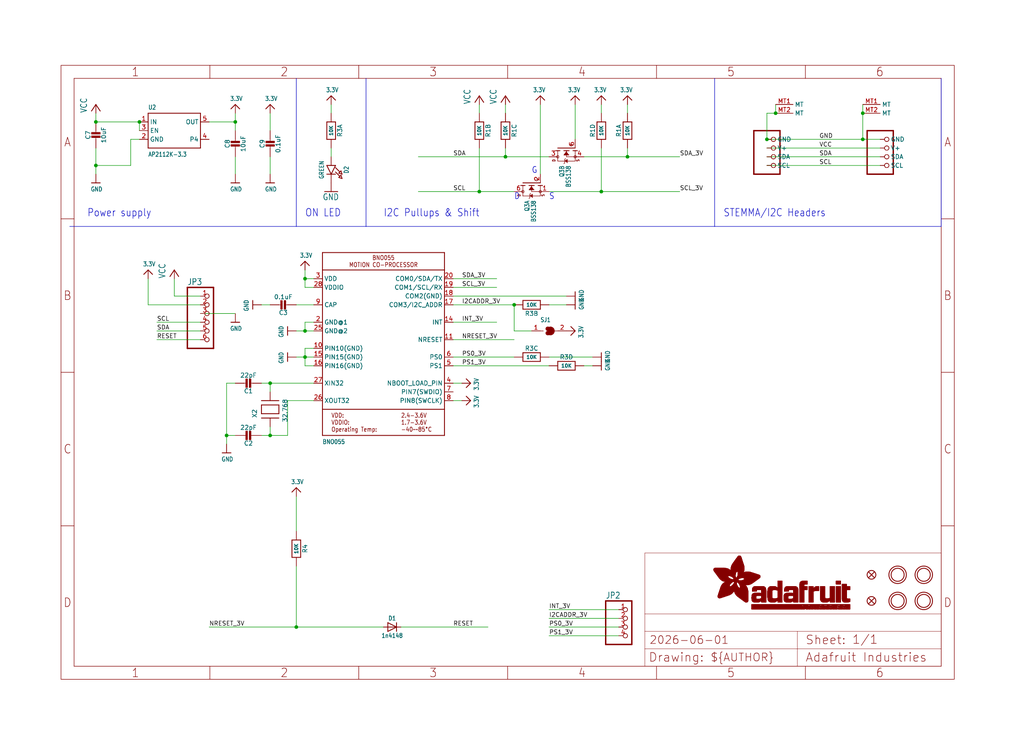
<source format=kicad_sch>
(kicad_sch (version 20230121) (generator eeschema)
  (paper "User" 298.45 217.322)
  (lib_symbols
    (symbol "working-eagle-import:3.3V" (power)
      (property "Value" "3.3V" (at -1.524 1.016 0))
      (symbol "3.3V_1_0"
        (pin power_in line (at 0 -2.54 90) (length 2.54) (name "3.3V") (number "1"))
      )
    )
    (symbol "working-eagle-import:BNO055"
      (symbol "BNO055_1_0"
        (text "2.4-3.6V\n1.7-3.6V\n-40~~85°C" (at 5.08 -24.13 0) (effects (font (size 1.27 1.0795)) (justify left)))
        (text "BNO055\nMOTION CO-PROCESSOR" (at 0 22.86 0) (effects (font (size 1.27 1.0795))))
        (text "VDD:\nVDDIO:\nOperating Temp:" (at -15.24 -24.13 0) (effects (font (size 1.27 1.0795)) (justify left)))
        (pin bidirectional line (at -20.32 -2.54 0) (length 2.54) (name "PIN10(GND)") (number "10"))
        (pin bidirectional line (at 20.32 0 180) (length 2.54) (name "NRESET") (number "11"))
        (pin output line (at 20.32 5.08 180) (length 2.54) (name "INT") (number "14"))
        (pin bidirectional line (at -20.32 -5.08 0) (length 2.54) (name "PIN15(GND)") (number "15"))
        (pin bidirectional line (at -20.32 -7.62 0) (length 2.54) (name "PIN16(GND)") (number "16"))
        (pin bidirectional line (at 20.32 10.16 180) (length 2.54) (name "COM3/I2C_ADDR") (number "17"))
        (pin bidirectional line (at 20.32 12.7 180) (length 2.54) (name "COM2(GND)") (number "18"))
        (pin bidirectional line (at 20.32 15.24 180) (length 2.54) (name "COM1/SCL/RX") (number "19"))
        (pin power_in line (at -20.32 5.08 0) (length 2.54) (name "GND@1") (number "2"))
        (pin bidirectional line (at 20.32 17.78 180) (length 2.54) (name "COM0/SDA/TX") (number "20"))
        (pin power_in line (at -20.32 2.54 0) (length 2.54) (name "GND@2") (number "25"))
        (pin output line (at -20.32 -17.78 0) (length 2.54) (name "XOUT32") (number "26"))
        (pin input line (at -20.32 -12.7 0) (length 2.54) (name "XIN32") (number "27"))
        (pin power_in line (at -20.32 15.24 0) (length 2.54) (name "VDDIO") (number "28"))
        (pin power_in line (at -20.32 17.78 0) (length 2.54) (name "VDD") (number "3"))
        (pin bidirectional line (at 20.32 -12.7 180) (length 2.54) (name "NBOOT_LOAD_PIN") (number "4"))
        (pin input line (at 20.32 -7.62 180) (length 2.54) (name "PS1") (number "5"))
        (pin input line (at 20.32 -5.08 180) (length 2.54) (name "PS0") (number "6"))
        (pin bidirectional line (at 20.32 -15.24 180) (length 2.54) (name "PIN7(SWDIO)") (number "7"))
        (pin bidirectional line (at 20.32 -17.78 180) (length 2.54) (name "PIN8(SWCLK)") (number "8"))
        (pin passive line (at -20.32 10.16 0) (length 2.54) (name "CAP") (number "9"))
      )
    )
    (symbol "working-eagle-import:CAP_CERAMIC0603_NO"
      (property "Reference" "C" (at -2.29 1.25 90))
      (symbol "CAP_CERAMIC0603_NO_1_0"
        (pin passive line (at 0 5.08 270) (length 2.54) (name "1") (number "1"))
        (pin passive line (at 0 -2.54 90) (length 2.54) (name "2") (number "2"))
      )
    )
    (symbol "working-eagle-import:CAP_CERAMIC0805-NOOUTLINE"
      (property "Reference" "C" (at -2.29 1.25 90))
      (symbol "CAP_CERAMIC0805-NOOUTLINE_1_0"
        (pin passive line (at 0 5.08 270) (length 2.54) (name "1") (number "1"))
        (pin passive line (at 0 -2.54 90) (length 2.54) (name "2") (number "2"))
      )
    )
    (symbol "working-eagle-import:DIODESOD-323"
      (property "Reference" "D" (at 0 2.54 0))
      (symbol "DIODESOD-323_1_0"
        (pin passive line (at -2.54 0 0) (length 2.54) (name "A") (number "A"))
        (pin passive line (at 2.54 0 180) (length 2.54) (name "C") (number "C"))
      )
    )
    (symbol "working-eagle-import:FIDUCIAL_1MM")
    (symbol "working-eagle-import:FRAME_A4_ADAFRUIT"
      (symbol "FRAME_A4_ADAFRUIT_1_0"
        (text "${#}/${##}" (at 230.505 10.16 0) (effects (font (size 2.54 2.54)) (justify left bottom)))
        (text "${AUTHOR}" (at 189.23 5.08 0) (effects (font (size 2.286 2.286)) (justify left bottom)))
        (text "${CURRENT_DATE}" (at 171.45 10.16 0) (effects (font (size 2.286 2.286)) (justify left bottom)))
        (text "${PROJECTNAME}" (at 171.45 15.24 0) (effects (font (size 2.54 2.54)) (justify left bottom)))
        (text "1" (at 21.6958 1.905 0) (effects (font (size 2.54 2.286))))
        (text "1" (at 21.6958 177.165 0) (effects (font (size 2.54 2.286))))
        (text "2" (at 65.0875 1.905 0) (effects (font (size 2.54 2.286))))
        (text "2" (at 65.0875 177.165 0) (effects (font (size 2.54 2.286))))
        (text "3" (at 108.4792 1.905 0) (effects (font (size 2.54 2.286))))
        (text "3" (at 108.4792 177.165 0) (effects (font (size 2.54 2.286))))
        (text "4" (at 151.8708 1.905 0) (effects (font (size 2.54 2.286))))
        (text "4" (at 151.8708 177.165 0) (effects (font (size 2.54 2.286))))
        (text "5" (at 195.2625 1.905 0) (effects (font (size 2.54 2.286))))
        (text "5" (at 195.2625 177.165 0) (effects (font (size 2.54 2.286))))
        (text "6" (at 238.6542 1.905 0) (effects (font (size 2.54 2.286))))
        (text "6" (at 238.6542 177.165 0) (effects (font (size 2.54 2.286))))
        (text "A" (at 1.905 156.6863 0) (effects (font (size 2.54 2.286))))
        (text "A" (at 258.445 156.6863 0) (effects (font (size 2.54 2.286))))
        (text "Adafruit Industries" (at 216.916 4.953 0) (effects (font (size 2.54 2.54)) (justify left bottom)))
        (text "B" (at 1.905 111.9188 0) (effects (font (size 2.54 2.286))))
        (text "B" (at 258.445 111.9188 0) (effects (font (size 2.54 2.286))))
        (text "C" (at 1.905 67.1513 0) (effects (font (size 2.54 2.286))))
        (text "C" (at 258.445 67.1513 0) (effects (font (size 2.54 2.286))))
        (text "D" (at 1.905 22.3838 0) (effects (font (size 2.54 2.286))))
        (text "D" (at 258.445 22.3838 0) (effects (font (size 2.54 2.286))))
        (text "Drawing:" (at 171.196 4.953 0) (effects (font (size 2.54 2.54)) (justify left bottom)))
        (text "Sheet:" (at 216.916 10.033 0) (effects (font (size 2.54 2.54)) (justify left bottom)))
      )
    )
    (symbol "working-eagle-import:GND" (power)
      (property "Value" "GND" (at -1.524 -2.54 0))
      (symbol "GND_1_0"
        (pin power_in line (at 0 2.54 270) (length 2.54) (name "GND") (number "1"))
      )
    )
    (symbol "working-eagle-import:HEADER-1X476MIL"
      (property "Reference" "JP" (at -6.35 8.255 0))
      (symbol "HEADER-1X476MIL_1_0"
        (pin passive inverted (at -2.54 5.08 0) (length 2.54) (name "1") (number "1"))
        (pin passive inverted (at -2.54 2.54 0) (length 2.54) (name "2") (number "2"))
        (pin passive inverted (at -2.54 0 0) (length 2.54) (name "3") (number "3"))
        (pin passive inverted (at -2.54 -2.54 0) (length 2.54) (name "4") (number "4"))
      )
    )
    (symbol "working-eagle-import:HEADER-1X670MIL"
      (property "Reference" "JP" (at -6.35 10.795 0))
      (symbol "HEADER-1X670MIL_1_0"
        (pin passive inverted (at -2.54 7.62 0) (length 2.54) (name "1") (number "1"))
        (pin passive inverted (at -2.54 5.08 0) (length 2.54) (name "2") (number "2"))
        (pin passive inverted (at -2.54 2.54 0) (length 2.54) (name "3") (number "3"))
        (pin passive inverted (at -2.54 0 0) (length 2.54) (name "4") (number "4"))
        (pin passive inverted (at -2.54 -2.54 0) (length 2.54) (name "5") (number "5"))
        (pin passive inverted (at -2.54 -5.08 0) (length 2.54) (name "6") (number "6"))
      )
    )
    (symbol "working-eagle-import:LED0603_NOOUTLINE"
      (property "Reference" "D" (at -1.27 4.445 0))
      (symbol "LED0603_NOOUTLINE_1_0"
        (pin passive line (at -5.08 0 0) (length 2.54) (name "A") (number "A"))
        (pin passive line (at 2.54 0 180) (length 2.54) (name "C") (number "C"))
      )
    )
    (symbol "working-eagle-import:MOSFET-N_DUAL"
      (property "Reference" "Q" (at 5.08 0.635 0))
      (symbol "MOSFET-N_DUAL_1_0"
        (text "D" (at 3.175 3.175 0) (effects (font (size 0.8128 0.6908)) (justify left bottom)))
        (text "G" (at -1.27 -1.905 0) (effects (font (size 0.8128 0.6908)) (justify left bottom)))
        (text "S" (at 3.175 -3.81 0) (effects (font (size 0.8128 0.6908)) (justify left bottom)))
        (pin bidirectional line (at 2.54 -5.08 90) (length 2.54) (name "S") (number "1"))
        (pin bidirectional line (at -2.54 -2.54 0) (length 2.54) (name "G") (number "2"))
        (pin bidirectional line (at 2.54 5.08 270) (length 2.54) (name "D") (number "6"))
      )
      (symbol "MOSFET-N_DUAL_2_0"
        (text "D" (at 3.175 3.175 0) (effects (font (size 0.8128 0.6908)) (justify left bottom)))
        (text "G" (at -1.27 -1.905 0) (effects (font (size 0.8128 0.6908)) (justify left bottom)))
        (text "S" (at 3.175 -3.81 0) (effects (font (size 0.8128 0.6908)) (justify left bottom)))
        (pin bidirectional line (at 2.54 5.08 270) (length 2.54) (name "D") (number "3"))
        (pin bidirectional line (at 2.54 -5.08 90) (length 2.54) (name "S") (number "4"))
        (pin bidirectional line (at -2.54 -2.54 0) (length 2.54) (name "G") (number "5"))
      )
    )
    (symbol "working-eagle-import:MOUNTINGHOLE2.5")
    (symbol "working-eagle-import:RESISTOR_0603_NOOUT"
      (property "Reference" "R" (at 0 2.54 0))
      (symbol "RESISTOR_0603_NOOUT_1_0"
        (pin passive line (at -5.08 0 0) (length 2.54) (name "1") (number "1"))
        (pin passive line (at 5.08 0 180) (length 2.54) (name "2") (number "2"))
      )
    )
    (symbol "working-eagle-import:RESISTOR_4PACK"
      (property "Reference" "R" (at 0 2.54 0))
      (symbol "RESISTOR_4PACK_1_0"
        (pin passive line (at -5.08 0 0) (length 2.54) (name "1") (number "1"))
        (pin passive line (at 5.08 0 180) (length 2.54) (name "2") (number "8"))
      )
      (symbol "RESISTOR_4PACK_2_0"
        (pin passive line (at -5.08 0 0) (length 2.54) (name "1") (number "2"))
        (pin passive line (at 5.08 0 180) (length 2.54) (name "2") (number "7"))
      )
      (symbol "RESISTOR_4PACK_3_0"
        (pin passive line (at -5.08 0 0) (length 2.54) (name "1") (number "3"))
        (pin passive line (at 5.08 0 180) (length 2.54) (name "2") (number "6"))
      )
      (symbol "RESISTOR_4PACK_4_0"
        (pin passive line (at -5.08 0 0) (length 2.54) (name "1") (number "4"))
        (pin passive line (at 5.08 0 180) (length 2.54) (name "2") (number "5"))
      )
    )
    (symbol "working-eagle-import:SOLDERJUMPER"
      (property "Reference" "SJ" (at -2.54 2.54 0))
      (symbol "SOLDERJUMPER_1_0"
        (pin passive line (at -5.08 0 0) (length 2.54) (name "1") (number "1"))
        (pin passive line (at 5.08 0 180) (length 2.54) (name "2") (number "2"))
      )
    )
    (symbol "working-eagle-import:STEMMA_I2C_QT"
      (symbol "STEMMA_I2C_QT_1_0"
        (pin passive inverted (at 0 5.08 0) (length 2.54) (name "GND") (number "1"))
        (pin passive inverted (at 0 2.54 0) (length 2.54) (name "V+") (number "2"))
        (pin passive inverted (at 0 0 0) (length 2.54) (name "SDA") (number "3"))
        (pin passive inverted (at 0 -2.54 0) (length 2.54) (name "SCL") (number "4"))
      )
      (symbol "STEMMA_I2C_QT_2_0"
        (pin bidirectional line (at 0 0 0) (length 5.08) (name "MT") (number "MT1"))
      )
      (symbol "STEMMA_I2C_QT_3_0"
        (pin bidirectional line (at 0 0 0) (length 5.08) (name "MT") (number "MT2"))
      )
    )
    (symbol "working-eagle-import:VCC" (power)
      (property "Value" "VCC" (at -2.54 -2.54 90))
      (symbol "VCC_1_0"
        (pin power_in line (at 0 -2.54 90) (length 2.54) (name "VCC") (number "1"))
      )
    )
    (symbol "working-eagle-import:VREG_SOT23-5"
      (property "Reference" "U" (at -7.62 6.096 0))
      (symbol "VREG_SOT23-5_1_0"
        (pin power_in line (at -10.16 2.54 0) (length 2.54) (name "IN") (number "1"))
        (pin power_in line (at -10.16 -2.54 0) (length 2.54) (name "GND") (number "2"))
        (pin input line (at -10.16 0 0) (length 2.54) (name "EN") (number "3"))
        (pin bidirectional line (at 10.16 -2.54 180) (length 2.54) (name "P4") (number "4"))
        (pin power_in line (at 10.16 2.54 180) (length 2.54) (name "OUT") (number "5"))
      )
    )
    (symbol "working-eagle-import:XTAL-3.2X1.5"
      (property "Reference" "X" (at -2.54 3.81 0))
      (symbol "XTAL-3.2X1.5_1_0"
        (pin bidirectional line (at -5.08 0 0) (length 2.54) (name "P$1") (number "P$1"))
        (pin bidirectional line (at 5.08 0 180) (length 2.54) (name "P$2") (number "P$2"))
      )
    )
    (symbol "working-eagle-import:supply1_GND" (power)
      (property "Value" "supply1_GND" (at -2.54 -2.54 0))
      (symbol "supply1_GND_1_0"
        (pin power_in line (at 0 2.54 270) (length 2.54) (name "GND") (number "1"))
      )
    )
  )
  (junction (at 88.9 81.28))
  (junction (at 223.52 40.64))
  (junction (at 182.88 45.72))
  (junction (at 149.86 88.9))
  (junction (at 40.64 35.56))
  (junction (at 139.7 55.88))
  (junction (at 251.46 33.02))
  (junction (at 27.94 48.26))
  (junction (at 226.06 33.02))
  (junction (at 68.58 35.56))
  (junction (at 175.26 55.88))
  (junction (at 27.94 35.56))
  (junction (at 66.04 127))
  (junction (at 78.74 111.76))
  (junction (at 86.36 182.88))
  (junction (at 251.46 40.64))
  (junction (at 78.74 127))
  (junction (at 147.32 45.72))
  (junction (at 88.9 104.14))
  (junction (at 88.9 96.52))
  (polyline (pts (xy 208.28 22.86) (xy 208.28 66.04)) (stroke (width 0.1524) (type solid)))
  (wire (pts (xy 60.96 35.56) (xy 68.58 35.56)) (stroke (width 0.1524)))
  (wire (pts (xy 226.06 33.02) (xy 223.52 33.02)) (stroke (width 0.1524)))
  (wire (pts (xy 160.02 180.34) (xy 180.34 180.34)) (stroke (width 0.1524)))
  (polyline (pts (xy 208.28 66.04) (xy 274.32 66.04)) (stroke (width 0.1524) (type solid)))
  (wire (pts (xy 68.58 35.56) (xy 68.58 38.1)) (stroke (width 0.1524)))
  (wire (pts (xy 27.94 33.02) (xy 27.94 35.56)) (stroke (width 0.1524)))
  (wire (pts (xy 223.52 48.26) (xy 256.54 48.26)) (stroke (width 0.1524)))
  (wire (pts (xy 50.8 86.36) (xy 50.8 81.28)) (stroke (width 0.1524)))
  (wire (pts (xy 60.96 182.88) (xy 86.36 182.88)) (stroke (width 0.1524)))
  (wire (pts (xy 160.02 177.8) (xy 180.34 177.8)) (stroke (width 0.1524)))
  (wire (pts (xy 91.44 93.98) (xy 88.9 93.98)) (stroke (width 0.1524)))
  (wire (pts (xy 86.36 182.88) (xy 111.76 182.88)) (stroke (width 0.1524)))
  (wire (pts (xy 83.82 116.84) (xy 83.82 127)) (stroke (width 0.1524)))
  (wire (pts (xy 149.86 88.9) (xy 149.86 96.52)) (stroke (width 0.1524)))
  (wire (pts (xy 116.84 182.88) (xy 142.24 182.88)) (stroke (width 0.1524)))
  (polyline (pts (xy 274.32 22.86) (xy 274.32 66.04)) (stroke (width 0.1524) (type solid)))
  (wire (pts (xy 175.26 43.18) (xy 175.26 55.88)) (stroke (width 0.1524)))
  (wire (pts (xy 91.44 83.82) (xy 88.9 83.82)) (stroke (width 0.1524)))
  (wire (pts (xy 149.86 96.52) (xy 154.94 96.52)) (stroke (width 0.1524)))
  (wire (pts (xy 175.26 55.88) (xy 198.12 55.88)) (stroke (width 0.1524)))
  (wire (pts (xy 134.62 116.84) (xy 132.08 116.84)) (stroke (width 0.1524)))
  (wire (pts (xy 78.74 45.72) (xy 78.74 50.8)) (stroke (width 0.1524)))
  (wire (pts (xy 91.44 81.28) (xy 88.9 81.28)) (stroke (width 0.1524)))
  (wire (pts (xy 149.86 55.88) (xy 139.7 55.88)) (stroke (width 0.1524)))
  (wire (pts (xy 182.88 33.02) (xy 182.88 30.48)) (stroke (width 0.1524)))
  (wire (pts (xy 160.02 104.14) (xy 172.72 104.14)) (stroke (width 0.1524)))
  (wire (pts (xy 43.18 88.9) (xy 43.18 81.28)) (stroke (width 0.1524)))
  (wire (pts (xy 86.36 154.94) (xy 86.36 144.78)) (stroke (width 0.1524)))
  (polyline (pts (xy 106.68 66.04) (xy 208.28 66.04)) (stroke (width 0.1524) (type solid)))
  (wire (pts (xy 147.32 45.72) (xy 121.92 45.72)) (stroke (width 0.1524)))
  (wire (pts (xy 78.74 88.9) (xy 76.2 88.9)) (stroke (width 0.1524)))
  (wire (pts (xy 256.54 45.72) (xy 223.52 45.72)) (stroke (width 0.1524)))
  (wire (pts (xy 132.08 81.28) (xy 144.78 81.28)) (stroke (width 0.1524)))
  (wire (pts (xy 83.82 127) (xy 78.74 127)) (stroke (width 0.1524)))
  (wire (pts (xy 132.08 88.9) (xy 149.86 88.9)) (stroke (width 0.1524)))
  (wire (pts (xy 38.1 48.26) (xy 27.94 48.26)) (stroke (width 0.1524)))
  (wire (pts (xy 78.74 127) (xy 76.2 127)) (stroke (width 0.1524)))
  (wire (pts (xy 86.36 165.1) (xy 86.36 182.88)) (stroke (width 0.1524)))
  (wire (pts (xy 170.18 45.72) (xy 182.88 45.72)) (stroke (width 0.1524)))
  (wire (pts (xy 27.94 48.26) (xy 27.94 50.8)) (stroke (width 0.1524)))
  (wire (pts (xy 88.9 83.82) (xy 88.9 81.28)) (stroke (width 0.1524)))
  (wire (pts (xy 40.64 38.1) (xy 40.64 35.56)) (stroke (width 0.1524)))
  (wire (pts (xy 226.06 30.48) (xy 226.06 33.02)) (stroke (width 0.1524)))
  (wire (pts (xy 160.02 45.72) (xy 147.32 45.72)) (stroke (width 0.1524)))
  (wire (pts (xy 91.44 116.84) (xy 83.82 116.84)) (stroke (width 0.1524)))
  (wire (pts (xy 165.1 86.36) (xy 132.08 86.36)) (stroke (width 0.1524)))
  (wire (pts (xy 167.64 40.64) (xy 167.64 30.48)) (stroke (width 0.1524)))
  (wire (pts (xy 78.74 111.76) (xy 76.2 111.76)) (stroke (width 0.1524)))
  (wire (pts (xy 91.44 106.68) (xy 88.9 106.68)) (stroke (width 0.1524)))
  (wire (pts (xy 175.26 33.02) (xy 175.26 30.48)) (stroke (width 0.1524)))
  (wire (pts (xy 160.02 55.88) (xy 175.26 55.88)) (stroke (width 0.1524)))
  (wire (pts (xy 147.32 43.18) (xy 147.32 45.72)) (stroke (width 0.1524)))
  (wire (pts (xy 58.42 88.9) (xy 43.18 88.9)) (stroke (width 0.1524)))
  (wire (pts (xy 66.04 111.76) (xy 66.04 127)) (stroke (width 0.1524)))
  (wire (pts (xy 132.08 99.06) (xy 149.86 99.06)) (stroke (width 0.1524)))
  (wire (pts (xy 91.44 96.52) (xy 88.9 96.52)) (stroke (width 0.1524)))
  (wire (pts (xy 139.7 55.88) (xy 121.92 55.88)) (stroke (width 0.1524)))
  (wire (pts (xy 58.42 91.44) (xy 68.58 91.44)) (stroke (width 0.1524)))
  (wire (pts (xy 58.42 96.52) (xy 45.72 96.52)) (stroke (width 0.1524)))
  (wire (pts (xy 40.64 35.56) (xy 27.94 35.56)) (stroke (width 0.1524)))
  (wire (pts (xy 251.46 33.02) (xy 251.46 40.64)) (stroke (width 0.1524)))
  (wire (pts (xy 68.58 127) (xy 66.04 127)) (stroke (width 0.1524)))
  (wire (pts (xy 139.7 43.18) (xy 139.7 55.88)) (stroke (width 0.1524)))
  (wire (pts (xy 157.48 50.8) (xy 157.48 30.48)) (stroke (width 0.1524)))
  (polyline (pts (xy 86.36 66.04) (xy 106.68 66.04)) (stroke (width 0.1524) (type solid)))
  (wire (pts (xy 78.74 124.46) (xy 78.74 127)) (stroke (width 0.1524)))
  (wire (pts (xy 132.08 106.68) (xy 160.02 106.68)) (stroke (width 0.1524)))
  (wire (pts (xy 58.42 86.36) (xy 50.8 86.36)) (stroke (width 0.1524)))
  (wire (pts (xy 256.54 40.64) (xy 251.46 40.64)) (stroke (width 0.1524)))
  (wire (pts (xy 58.42 99.06) (xy 45.72 99.06)) (stroke (width 0.1524)))
  (wire (pts (xy 91.44 101.6) (xy 88.9 101.6)) (stroke (width 0.1524)))
  (wire (pts (xy 38.1 40.64) (xy 38.1 48.26)) (stroke (width 0.1524)))
  (wire (pts (xy 88.9 81.28) (xy 88.9 78.74)) (stroke (width 0.1524)))
  (wire (pts (xy 68.58 35.56) (xy 68.58 33.02)) (stroke (width 0.1524)))
  (wire (pts (xy 88.9 101.6) (xy 88.9 104.14)) (stroke (width 0.1524)))
  (wire (pts (xy 66.04 127) (xy 66.04 129.54)) (stroke (width 0.1524)))
  (wire (pts (xy 96.52 45.72) (xy 96.52 43.18)) (stroke (width 0.1524)))
  (wire (pts (xy 91.44 104.14) (xy 88.9 104.14)) (stroke (width 0.1524)))
  (wire (pts (xy 88.9 93.98) (xy 88.9 96.52)) (stroke (width 0.1524)))
  (wire (pts (xy 88.9 106.68) (xy 88.9 104.14)) (stroke (width 0.1524)))
  (wire (pts (xy 68.58 111.76) (xy 66.04 111.76)) (stroke (width 0.1524)))
  (wire (pts (xy 91.44 111.76) (xy 78.74 111.76)) (stroke (width 0.1524)))
  (wire (pts (xy 170.18 106.68) (xy 172.72 106.68)) (stroke (width 0.1524)))
  (wire (pts (xy 88.9 104.14) (xy 86.36 104.14)) (stroke (width 0.1524)))
  (wire (pts (xy 165.1 88.9) (xy 160.02 88.9)) (stroke (width 0.1524)))
  (wire (pts (xy 223.52 33.02) (xy 223.52 40.64)) (stroke (width 0.1524)))
  (wire (pts (xy 160.02 182.88) (xy 180.34 182.88)) (stroke (width 0.1524)))
  (polyline (pts (xy 20.32 66.04) (xy 86.36 66.04)) (stroke (width 0.1524) (type solid)))
  (wire (pts (xy 78.74 33.02) (xy 78.74 38.1)) (stroke (width 0.1524)))
  (wire (pts (xy 88.9 96.52) (xy 86.36 96.52)) (stroke (width 0.1524)))
  (wire (pts (xy 251.46 40.64) (xy 223.52 40.64)) (stroke (width 0.1524)))
  (wire (pts (xy 58.42 93.98) (xy 45.72 93.98)) (stroke (width 0.1524)))
  (wire (pts (xy 132.08 83.82) (xy 144.78 83.82)) (stroke (width 0.1524)))
  (polyline (pts (xy 86.36 22.86) (xy 86.36 66.04)) (stroke (width 0.1524) (type solid)))
  (wire (pts (xy 96.52 30.48) (xy 96.52 33.02)) (stroke (width 0.1524)))
  (wire (pts (xy 132.08 93.98) (xy 144.78 93.98)) (stroke (width 0.1524)))
  (wire (pts (xy 40.64 40.64) (xy 38.1 40.64)) (stroke (width 0.1524)))
  (wire (pts (xy 251.46 30.48) (xy 251.46 33.02)) (stroke (width 0.1524)))
  (wire (pts (xy 132.08 111.76) (xy 134.62 111.76)) (stroke (width 0.1524)))
  (wire (pts (xy 147.32 33.02) (xy 147.32 30.48)) (stroke (width 0.1524)))
  (wire (pts (xy 182.88 45.72) (xy 198.12 45.72)) (stroke (width 0.1524)))
  (wire (pts (xy 132.08 104.14) (xy 149.86 104.14)) (stroke (width 0.1524)))
  (polyline (pts (xy 106.68 22.86) (xy 106.68 66.04)) (stroke (width 0.1524) (type solid)))
  (wire (pts (xy 182.88 43.18) (xy 182.88 45.72)) (stroke (width 0.1524)))
  (wire (pts (xy 139.7 30.48) (xy 139.7 33.02)) (stroke (width 0.1524)))
  (wire (pts (xy 27.94 48.26) (xy 27.94 43.18)) (stroke (width 0.1524)))
  (wire (pts (xy 78.74 114.3) (xy 78.74 111.76)) (stroke (width 0.1524)))
  (wire (pts (xy 160.02 185.42) (xy 180.34 185.42)) (stroke (width 0.1524)))
  (wire (pts (xy 91.44 88.9) (xy 86.36 88.9)) (stroke (width 0.1524)))
  (wire (pts (xy 223.52 43.18) (xy 256.54 43.18)) (stroke (width 0.1524)))
  (wire (pts (xy 68.58 45.72) (xy 68.58 50.8)) (stroke (width 0.1524)))
  (text "G" (at 154.94 50.8 0) (effects (font (size 1.778 1.5113)) (justify left bottom)))
  (text "ON LED" (at 88.9 63.5 0) (effects (font (size 2.1844 1.8567)) (justify left bottom)))
  (text "Power supply" (at 25.4 63.5 0) (effects (font (size 2.1844 1.8567)) (justify left bottom)))
  (text "D" (at 149.86 58.42 0) (effects (font (size 1.778 1.5113)) (justify left bottom)))
  (text "STEMMA/I2C Headers" (at 210.82 63.5 0) (effects (font (size 2.1844 1.8567)) (justify left bottom)))
  (text "S" (at 160.02 58.42 0) (effects (font (size 1.778 1.5113)) (justify left bottom)))
  (text "I2C Pullups & Shift" (at 111.76 63.5 0) (effects (font (size 2.1844 1.8567)) (justify left bottom)))
  (label "SCL" (at 132.08 55.88 0) (effects (font (size 1.2446 1.2446))))
  (label "SDA_3V" (at 198.12 45.72 0) (effects (font (size 1.2446 1.2446))))
  (label "RESET" (at 132.08 182.88 0) (effects (font (size 1.2446 1.2446))))
  (label "SDA" (at 238.76 45.72 0) (effects (font (size 1.2446 1.2446))))
  (label "SCL_3V" (at 198.12 55.88 0) (effects (font (size 1.2446 1.2446))))
  (label "PS0_3V" (at 134.62 104.14 0) (effects (font (size 1.2446 1.2446))))
  (label "SCL" (at 45.72 93.98 0) (effects (font (size 1.2446 1.2446))))
  (label "SDA_3V" (at 134.62 81.28 0) (effects (font (size 1.2446 1.2446))))
  (label "INT_3V" (at 160.02 177.8 0) (effects (font (size 1.2446 1.2446))))
  (label "NRESET_3V" (at 134.62 99.06 0) (effects (font (size 1.2446 1.2446))))
  (label "NRESET_3V" (at 60.96 182.88 0) (effects (font (size 1.2446 1.2446))))
  (label "SDA" (at 132.08 45.72 0) (effects (font (size 1.2446 1.2446))))
  (label "SCL" (at 238.76 48.26 0) (effects (font (size 1.2446 1.2446))))
  (label "SDA" (at 45.72 96.52 0) (effects (font (size 1.2446 1.2446))))
  (label "SCL_3V" (at 134.62 83.82 0) (effects (font (size 1.2446 1.2446))))
  (label "GND" (at 238.76 40.64 0) (effects (font (size 1.2446 1.2446))))
  (label "I2CADDR_3V" (at 160.02 180.34 0) (effects (font (size 1.2446 1.2446))))
  (label "INT_3V" (at 134.62 93.98 0) (effects (font (size 1.2446 1.2446))))
  (label "VCC" (at 238.76 43.18 0) (effects (font (size 1.2446 1.2446))))
  (label "PS1_3V" (at 134.62 106.68 0) (effects (font (size 1.2446 1.2446))))
  (label "RESET" (at 45.72 99.06 0) (effects (font (size 1.2446 1.2446))))
  (label "I2CADDR_3V" (at 134.62 88.9 0) (effects (font (size 1.2446 1.2446))))
  (label "PS1_3V" (at 160.02 185.42 0) (effects (font (size 1.2446 1.2446))))
  (label "PS0_3V" (at 160.02 182.88 0) (effects (font (size 1.2446 1.2446))))
  (symbol (lib_id "working-eagle-import:3.3V") (at 137.16 111.76 270) (unit 1)
    (property "Reference" "#U$15" (effects hide))
    (property "Value" "3.3V" (at 138.176 110.236 0) (effects (font (size 1.27 1.0795)) (justify left bottom)))
  )
  (symbol (lib_id "working-eagle-import:SOLDERJUMPER") (at 160.02 96.52 0) (unit 1)
    (property "Reference" "SJ1" (at 157.48 93.98 0) (effects (font (size 1.27 1.0795)) (justify left bottom)))
    (property "Value" "SOLDERJUMPER" (effects hide))
    (property "Footprint" "working:SOLDERJUMPER_ARROW_NOPASTE" (effects hide))
  )
  (symbol (lib_id "working-eagle-import:MOUNTINGHOLE2.5") (at 261.62 167.64 0) (unit 1)
    (property "Reference" "U$46" (effects hide))
    (property "Value" "MOUNTINGHOLE2.5" (effects hide))
    (property "Footprint" "working:MOUNTINGHOLE_2.5_PLATED" (effects hide))
  )
  (symbol (lib_id "working-eagle-import:3.3V") (at 96.52 27.94 0) (unit 1)
    (property "Reference" "#U$50" (effects hide))
    (property "Value" "3.3V" (at 94.996 26.924 0) (effects (font (size 1.27 1.0795)) (justify left bottom)))
  )
  (symbol (lib_id "working-eagle-import:RESISTOR_4PACK") (at 175.26 38.1 90) (mirror x) (unit 4)
    (property "Reference" "R1" (at 172.72 38.1 0))
    (property "Value" "10K" (at 175.26 38.1 0) (effects (font (size 1.016 1.016) bold)))
    (property "Footprint" "working:RESPACK_4X0603" (effects hide))
  )
  (symbol (lib_id "working-eagle-import:HEADER-1X476MIL") (at 182.88 182.88 0) (unit 1)
    (property "Reference" "JP2" (at 176.53 174.625 0) (effects (font (size 1.778 1.5113)) (justify left bottom)))
    (property "Value" "HEADER-1X476MIL" (effects hide))
    (property "Footprint" "working:1X04_ROUND_76" (effects hide))
  )
  (symbol (lib_id "working-eagle-import:FIDUCIAL_1MM") (at 254 175.26 0) (unit 1)
    (property "Reference" "FID3" (effects hide))
    (property "Value" "FIDUCIAL_1MM" (effects hide))
    (property "Footprint" "working:FIDUCIAL_1MM" (effects hide))
  )
  (symbol (lib_id "working-eagle-import:3.3V") (at 175.26 27.94 0) (mirror y) (unit 1)
    (property "Reference" "#U$41" (effects hide))
    (property "Value" "3.3V" (at 176.784 26.924 0) (effects (font (size 1.27 1.0795)) (justify left bottom)))
  )
  (symbol (lib_id "working-eagle-import:STEMMA_I2C_QT") (at 251.46 30.48 0) (unit 2)
    (property "Reference" "CONN4" (effects hide))
    (property "Value" "STEMMA_I2C_QT" (effects hide))
    (property "Footprint" "working:JST_SH4" (effects hide))
  )
  (symbol (lib_id "working-eagle-import:GND") (at 175.26 104.14 90) (unit 1)
    (property "Reference" "#U$5" (effects hide))
    (property "Value" "GND" (at 177.8 105.664 0) (effects (font (size 1.27 1.0795)) (justify left bottom)))
  )
  (symbol (lib_id "working-eagle-import:CAP_CERAMIC0603_NO") (at 83.82 88.9 90) (unit 1)
    (property "Reference" "C3" (at 82.57 91.19 90))
    (property "Value" "0.1uF" (at 82.57 86.6 90))
    (property "Footprint" "working:0603-NO" (effects hide))
  )
  (symbol (lib_id "working-eagle-import:VREG_SOT23-5") (at 50.8 38.1 0) (unit 1)
    (property "Reference" "U2" (at 43.18 32.004 0) (effects (font (size 1.27 1.0795)) (justify left bottom)))
    (property "Value" "AP2112K-3.3" (at 43.18 45.72 0) (effects (font (size 1.27 1.0795)) (justify left bottom)))
    (property "Footprint" "working:SOT23-5" (effects hide))
  )
  (symbol (lib_id "working-eagle-import:STEMMA_I2C_QT") (at 251.46 33.02 0) (unit 3)
    (property "Reference" "CONN4" (effects hide))
    (property "Value" "STEMMA_I2C_QT" (effects hide))
    (property "Footprint" "working:JST_SH4" (effects hide))
  )
  (symbol (lib_id "working-eagle-import:3.3V") (at 86.36 142.24 0) (unit 1)
    (property "Reference" "#U$27" (effects hide))
    (property "Value" "3.3V" (at 84.836 141.224 0) (effects (font (size 1.27 1.0795)) (justify left bottom)))
  )
  (symbol (lib_id "working-eagle-import:MOSFET-N_DUAL") (at 154.94 53.34 90) (mirror x) (unit 1)
    (property "Reference" "Q3" (at 154.305 58.42 0) (effects (font (size 1.27 1.0795)) (justify left bottom)))
    (property "Value" "BSS138" (at 156.21 58.42 0) (effects (font (size 1.27 1.0795)) (justify left bottom)))
    (property "Footprint" "working:SOT363" (effects hide))
  )
  (symbol (lib_id "working-eagle-import:CAP_CERAMIC0603_NO") (at 73.66 127 90) (unit 1)
    (property "Reference" "C2" (at 72.41 129.29 90))
    (property "Value" "22pF" (at 72.41 124.7 90))
    (property "Footprint" "working:0603-NO" (effects hide))
  )
  (symbol (lib_id "working-eagle-import:RESISTOR_4PACK") (at 139.7 38.1 270) (unit 2)
    (property "Reference" "R1" (at 142.24 38.1 0))
    (property "Value" "10K" (at 139.7 38.1 0) (effects (font (size 1.016 1.016) bold)))
    (property "Footprint" "working:RESPACK_4X0603" (effects hide))
  )
  (symbol (lib_id "working-eagle-import:3.3V") (at 137.16 116.84 270) (unit 1)
    (property "Reference" "#U$1" (effects hide))
    (property "Value" "3.3V" (at 138.176 115.316 0) (effects (font (size 1.27 1.0795)) (justify left bottom)))
  )
  (symbol (lib_id "working-eagle-import:STEMMA_I2C_QT") (at 226.06 33.02 0) (unit 3)
    (property "Reference" "CONN3" (effects hide))
    (property "Value" "STEMMA_I2C_QT" (effects hide))
    (property "Footprint" "working:JST_SH4" (effects hide))
  )
  (symbol (lib_id "working-eagle-import:RESISTOR_4PACK") (at 154.94 88.9 180) (unit 2)
    (property "Reference" "R3" (at 154.94 91.44 0))
    (property "Value" "10K" (at 154.94 88.9 0) (effects (font (size 1.016 1.016) bold)))
    (property "Footprint" "working:RESPACK_4X0603" (effects hide))
  )
  (symbol (lib_id "working-eagle-import:FIDUCIAL_1MM") (at 254 167.64 0) (unit 1)
    (property "Reference" "FID4" (effects hide))
    (property "Value" "FIDUCIAL_1MM" (effects hide))
    (property "Footprint" "working:FIDUCIAL_1MM" (effects hide))
  )
  (symbol (lib_id "working-eagle-import:GND") (at 68.58 53.34 0) (unit 1)
    (property "Reference" "#U$35" (effects hide))
    (property "Value" "GND" (at 67.056 55.88 0) (effects (font (size 1.27 1.0795)) (justify left bottom)))
  )
  (symbol (lib_id "working-eagle-import:GND") (at 83.82 104.14 270) (unit 1)
    (property "Reference" "#U$12" (effects hide))
    (property "Value" "GND" (at 81.28 102.616 0) (effects (font (size 1.27 1.0795)) (justify left bottom)))
  )
  (symbol (lib_id "working-eagle-import:3.3V") (at 167.64 96.52 270) (unit 1)
    (property "Reference" "#U$3" (effects hide))
    (property "Value" "3.3V" (at 168.656 94.996 0) (effects (font (size 1.27 1.0795)) (justify left bottom)))
  )
  (symbol (lib_id "working-eagle-import:RESISTOR_4PACK") (at 96.52 38.1 270) (unit 1)
    (property "Reference" "R3" (at 99.06 38.1 0))
    (property "Value" "10K" (at 96.52 38.1 0) (effects (font (size 1.016 1.016) bold)))
    (property "Footprint" "working:RESPACK_4X0603" (effects hide))
  )
  (symbol (lib_id "working-eagle-import:GND") (at 27.94 53.34 0) (unit 1)
    (property "Reference" "#U$34" (effects hide))
    (property "Value" "GND" (at 26.416 55.88 0) (effects (font (size 1.27 1.0795)) (justify left bottom)))
  )
  (symbol (lib_id "working-eagle-import:3.3V") (at 167.64 27.94 0) (mirror y) (unit 1)
    (property "Reference" "#U$43" (effects hide))
    (property "Value" "3.3V" (at 169.164 26.924 0) (effects (font (size 1.27 1.0795)) (justify left bottom)))
  )
  (symbol (lib_id "working-eagle-import:RESISTOR_4PACK") (at 147.32 38.1 270) (unit 3)
    (property "Reference" "R1" (at 149.86 38.1 0))
    (property "Value" "10K" (at 147.32 38.1 0) (effects (font (size 1.016 1.016) bold)))
    (property "Footprint" "working:RESPACK_4X0603" (effects hide))
  )
  (symbol (lib_id "working-eagle-import:FRAME_A4_ADAFRUIT") (at 17.78 198.12 0) (unit 1)
    (property "Reference" "#U$47" (effects hide))
    (property "Value" "FRAME_A4_ADAFRUIT" (effects hide))
  )
  (symbol (lib_id "working-eagle-import:GND") (at 83.82 96.52 270) (unit 1)
    (property "Reference" "#U$13" (effects hide))
    (property "Value" "GND" (at 81.28 94.996 0) (effects (font (size 1.27 1.0795)) (justify left bottom)))
  )
  (symbol (lib_id "working-eagle-import:VCC") (at 27.94 30.48 0) (unit 1)
    (property "Reference" "#P+3" (effects hide))
    (property "Value" "VCC" (at 25.4 33.02 90) (effects (font (size 1.778 1.5113)) (justify left bottom)))
  )
  (symbol (lib_id "working-eagle-import:HEADER-1X670MIL") (at 60.96 93.98 0) (unit 1)
    (property "Reference" "JP3" (at 54.61 83.185 0) (effects (font (size 1.778 1.5113)) (justify left bottom)))
    (property "Value" "HEADER-1X670MIL" (effects hide))
    (property "Footprint" "working:1X06_ROUND_70" (effects hide))
  )
  (symbol (lib_id "working-eagle-import:GND") (at 167.64 88.9 90) (unit 1)
    (property "Reference" "#U$7" (effects hide))
    (property "Value" "GND" (at 170.18 90.424 0) (effects (font (size 1.27 1.0795)) (justify left bottom)))
  )
  (symbol (lib_id "working-eagle-import:RESISTOR_0603_NOOUT") (at 86.36 160.02 270) (unit 1)
    (property "Reference" "R4" (at 88.9 160.02 0))
    (property "Value" "10K" (at 86.36 160.02 0) (effects (font (size 1.016 1.016) bold)))
    (property "Footprint" "working:0603-NO" (effects hide))
  )
  (symbol (lib_id "working-eagle-import:LED0603_NOOUTLINE") (at 96.52 50.8 270) (unit 1)
    (property "Reference" "D2" (at 100.965 49.53 0) (effects (font (size 1.27 1.0795))))
    (property "Value" "GREEN" (at 93.726 49.53 0) (effects (font (size 1.27 1.0795))))
    (property "Footprint" "working:CHIPLED_0603_NOOUTLINE" (effects hide))
  )
  (symbol (lib_id "working-eagle-import:supply1_GND") (at 96.52 55.88 0) (unit 1)
    (property "Reference" "#GND6" (effects hide))
    (property "Value" "GND" (at 93.98 58.42 0) (effects (font (size 1.778 1.5113)) (justify left bottom)))
  )
  (symbol (lib_id "working-eagle-import:3.3V") (at 43.18 78.74 0) (unit 1)
    (property "Reference" "#U$44" (effects hide))
    (property "Value" "3.3V" (at 41.656 77.724 0) (effects (font (size 1.27 1.0795)) (justify left bottom)))
  )
  (symbol (lib_id "working-eagle-import:GND") (at 78.74 53.34 0) (unit 1)
    (property "Reference" "#U$36" (effects hide))
    (property "Value" "GND" (at 77.216 55.88 0) (effects (font (size 1.27 1.0795)) (justify left bottom)))
  )
  (symbol (lib_id "working-eagle-import:RESISTOR_4PACK") (at 165.1 106.68 0) (unit 4)
    (property "Reference" "R3" (at 165.1 104.14 0))
    (property "Value" "10K" (at 165.1 106.68 0) (effects (font (size 1.016 1.016) bold)))
    (property "Footprint" "working:RESPACK_4X0603" (effects hide))
  )
  (symbol (lib_id "working-eagle-import:3.3V") (at 68.58 30.48 0) (unit 1)
    (property "Reference" "#U$39" (effects hide))
    (property "Value" "3.3V" (at 67.056 29.464 0) (effects (font (size 1.27 1.0795)) (justify left bottom)))
  )
  (symbol (lib_id "working-eagle-import:CAP_CERAMIC0603_NO") (at 73.66 111.76 90) (unit 1)
    (property "Reference" "C1" (at 72.41 114.05 90))
    (property "Value" "22pF" (at 72.41 109.46 90))
    (property "Footprint" "working:0603-NO" (effects hide))
  )
  (symbol (lib_id "working-eagle-import:3.3V") (at 182.88 27.94 0) (mirror y) (unit 1)
    (property "Reference" "#U$40" (effects hide))
    (property "Value" "3.3V" (at 184.404 26.924 0) (effects (font (size 1.27 1.0795)) (justify left bottom)))
  )
  (symbol (lib_id "working-eagle-import:MOUNTINGHOLE2.5") (at 269.24 167.64 0) (unit 1)
    (property "Reference" "U$48" (effects hide))
    (property "Value" "MOUNTINGHOLE2.5" (effects hide))
    (property "Footprint" "working:MOUNTINGHOLE_2.5_PLATED" (effects hide))
  )
  (symbol (lib_id "working-eagle-import:3.3V") (at 88.9 76.2 0) (unit 1)
    (property "Reference" "#U$21" (effects hide))
    (property "Value" "3.3V" (at 87.376 75.184 0) (effects (font (size 1.27 1.0795)) (justify left bottom)))
  )
  (symbol (lib_id "working-eagle-import:GND") (at 68.58 93.98 0) (unit 1)
    (property "Reference" "#U$37" (effects hide))
    (property "Value" "GND" (at 67.056 96.52 0) (effects (font (size 1.27 1.0795)) (justify left bottom)))
  )
  (symbol (lib_id "working-eagle-import:MOUNTINGHOLE2.5") (at 269.24 175.26 0) (unit 1)
    (property "Reference" "U$49" (effects hide))
    (property "Value" "MOUNTINGHOLE2.5" (effects hide))
    (property "Footprint" "working:MOUNTINGHOLE_2.5_PLATED" (effects hide))
  )
  (symbol (lib_id "working-eagle-import:STEMMA_I2C_QT") (at 226.06 30.48 0) (unit 2)
    (property "Reference" "CONN3" (effects hide))
    (property "Value" "STEMMA_I2C_QT" (effects hide))
    (property "Footprint" "working:JST_SH4" (effects hide))
  )
  (symbol (lib_id "working-eagle-import:CAP_CERAMIC0603_NO") (at 78.74 43.18 0) (unit 1)
    (property "Reference" "C9" (at 76.45 41.93 90))
    (property "Value" "0.1uF" (at 81.04 41.93 90))
    (property "Footprint" "working:0603-NO" (effects hide))
  )
  (symbol (lib_id "working-eagle-import:CAP_CERAMIC0805-NOOUTLINE") (at 68.58 43.18 0) (unit 1)
    (property "Reference" "C8" (at 66.29 41.93 90))
    (property "Value" "10uF" (at 70.88 41.93 90))
    (property "Footprint" "working:0805-NO" (effects hide))
  )
  (symbol (lib_id "working-eagle-import:GND") (at 175.26 106.68 90) (unit 1)
    (property "Reference" "#U$6" (effects hide))
    (property "Value" "GND" (at 177.8 108.204 0) (effects (font (size 1.27 1.0795)) (justify left bottom)))
  )
  (symbol (lib_id "working-eagle-import:XTAL-3.2X1.5") (at 78.74 119.38 90) (unit 1)
    (property "Reference" "X2" (at 74.93 121.92 0) (effects (justify left bottom)))
    (property "Value" "32.768" (at 83.82 123.19 0) (effects (justify left bottom)))
    (property "Footprint" "working:XTAL3215" (effects hide))
  )
  (symbol (lib_id "working-eagle-import:3.3V") (at 78.74 30.48 0) (unit 1)
    (property "Reference" "#U$38" (effects hide))
    (property "Value" "3.3V" (at 77.216 29.464 0) (effects (font (size 1.27 1.0795)) (justify left bottom)))
  )
  (symbol (lib_id "working-eagle-import:STEMMA_I2C_QT") (at 223.52 45.72 0) (unit 1)
    (property "Reference" "CONN3" (effects hide))
    (property "Value" "STEMMA_I2C_QT" (effects hide))
    (property "Footprint" "working:JST_SH4" (effects hide))
  )
  (symbol (lib_id "working-eagle-import:STEMMA_I2C_QT") (at 256.54 45.72 0) (unit 1)
    (property "Reference" "CONN4" (effects hide))
    (property "Value" "STEMMA_I2C_QT" (effects hide))
    (property "Footprint" "working:JST_SH4" (effects hide))
  )
  (symbol (lib_id "working-eagle-import:GND") (at 73.66 88.9 270) (unit 1)
    (property "Reference" "#U$14" (effects hide))
    (property "Value" "GND" (at 71.12 87.376 0) (effects (font (size 1.27 1.0795)) (justify left bottom)))
  )
  (symbol (lib_id "working-eagle-import:VCC") (at 139.7 27.94 0) (unit 1)
    (property "Reference" "#P+1" (effects hide))
    (property "Value" "VCC" (at 137.16 30.48 90) (effects (font (size 1.778 1.5113)) (justify left bottom)))
  )
  (symbol (lib_id "working-eagle-import:GND") (at 66.04 132.08 0) (unit 1)
    (property "Reference" "#U$11" (effects hide))
    (property "Value" "GND" (at 64.516 134.62 0) (effects (font (size 1.27 1.0795)) (justify left bottom)))
  )
  (symbol (lib_id "working-eagle-import:BNO055") (at 111.76 99.06 0) (unit 1)
    (property "Reference" "U$2" (effects hide))
    (property "Value" "BNO055" (at 93.98 129.54 0) (effects (font (size 1.27 1.0795)) (justify left bottom)))
    (property "Footprint" "working:BNO055" (effects hide))
  )
  (symbol (lib_id "working-eagle-import:DIODESOD-323") (at 114.3 182.88 0) (unit 1)
    (property "Reference" "D1" (at 114.3 180.34 0) (effects (font (size 1.27 1.0795))))
    (property "Value" "1n4148" (at 114.3 185.38 0) (effects (font (size 1.27 1.0795))))
    (property "Footprint" "working:SOD-323" (effects hide))
  )
  (symbol (lib_id "working-eagle-import:3.3V") (at 157.48 27.94 0) (mirror y) (unit 1)
    (property "Reference" "#U$42" (effects hide))
    (property "Value" "3.3V" (at 159.004 26.924 0) (effects (font (size 1.27 1.0795)) (justify left bottom)))
  )
  (symbol (lib_id "working-eagle-import:MOUNTINGHOLE2.5") (at 261.62 175.26 0) (unit 1)
    (property "Reference" "U$45" (effects hide))
    (property "Value" "MOUNTINGHOLE2.5" (effects hide))
    (property "Footprint" "working:MOUNTINGHOLE_2.5_PLATED" (effects hide))
  )
  (symbol (lib_id "working-eagle-import:VCC") (at 50.8 78.74 0) (unit 1)
    (property "Reference" "#P+4" (effects hide))
    (property "Value" "VCC" (at 48.26 81.28 90) (effects (font (size 1.778 1.5113)) (justify left bottom)))
  )
  (symbol (lib_id "working-eagle-import:RESISTOR_4PACK") (at 154.94 104.14 0) (unit 3)
    (property "Reference" "R3" (at 154.94 101.6 0))
    (property "Value" "10K" (at 154.94 104.14 0) (effects (font (size 1.016 1.016) bold)))
    (property "Footprint" "working:RESPACK_4X0603" (effects hide))
  )
  (symbol (lib_id "working-eagle-import:MOSFET-N_DUAL") (at 165.1 43.18 90) (mirror x) (unit 2)
    (property "Reference" "Q3" (at 164.465 48.26 0) (effects (font (size 1.27 1.0795)) (justify left bottom)))
    (property "Value" "BSS138" (at 166.37 48.26 0) (effects (font (size 1.27 1.0795)) (justify left bottom)))
    (property "Footprint" "working:SOT363" (effects hide))
  )
  (symbol (lib_id "working-eagle-import:GND") (at 167.64 86.36 90) (unit 1)
    (property "Reference" "#U$8" (effects hide))
    (property "Value" "GND" (at 170.18 87.884 0) (effects (font (size 1.27 1.0795)) (justify left bottom)))
  )
  (symbol (lib_id "working-eagle-import:CAP_CERAMIC0805-NOOUTLINE") (at 27.94 40.64 0) (unit 1)
    (property "Reference" "C7" (at 25.65 39.39 90))
    (property "Value" "10uF" (at 30.24 39.39 90))
    (property "Footprint" "working:0805-NO" (effects hide))
  )
  (symbol (lib_id "working-eagle-import:RESISTOR_4PACK") (at 182.88 38.1 90) (mirror x) (unit 1)
    (property "Reference" "R1" (at 180.34 38.1 0))
    (property "Value" "10K" (at 182.88 38.1 0) (effects (font (size 1.016 1.016) bold)))
    (property "Footprint" "working:RESPACK_4X0603" (effects hide))
  )
  (symbol (lib_id "working-eagle-import:VCC") (at 147.32 27.94 0) (unit 1)
    (property "Reference" "#P+2" (effects hide))
    (property "Value" "VCC" (at 144.78 30.48 90) (effects (font (size 1.778 1.5113)) (justify left bottom)))
  )
)
</source>
